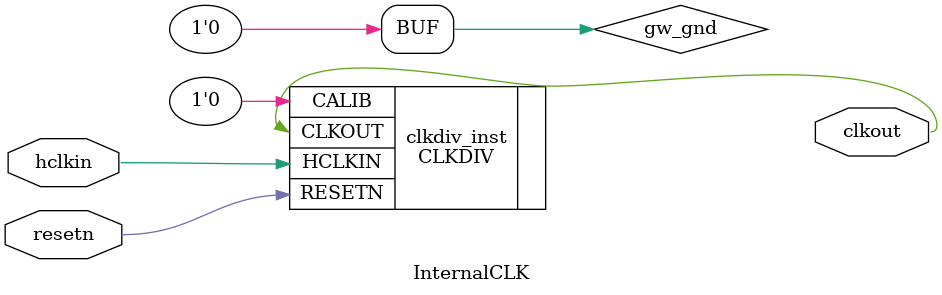
<source format=v>

module InternalCLK (clkout, hclkin, resetn);

output clkout;
input hclkin;
input resetn;

wire gw_gnd;

assign gw_gnd = 1'b0;

CLKDIV clkdiv_inst (
    .CLKOUT(clkout),
    .HCLKIN(hclkin),
    .RESETN(resetn),
    .CALIB(gw_gnd)
);

defparam clkdiv_inst.DIV_MODE = "8";
defparam clkdiv_inst.GSREN = "false";

endmodule //InternalCLK

</source>
